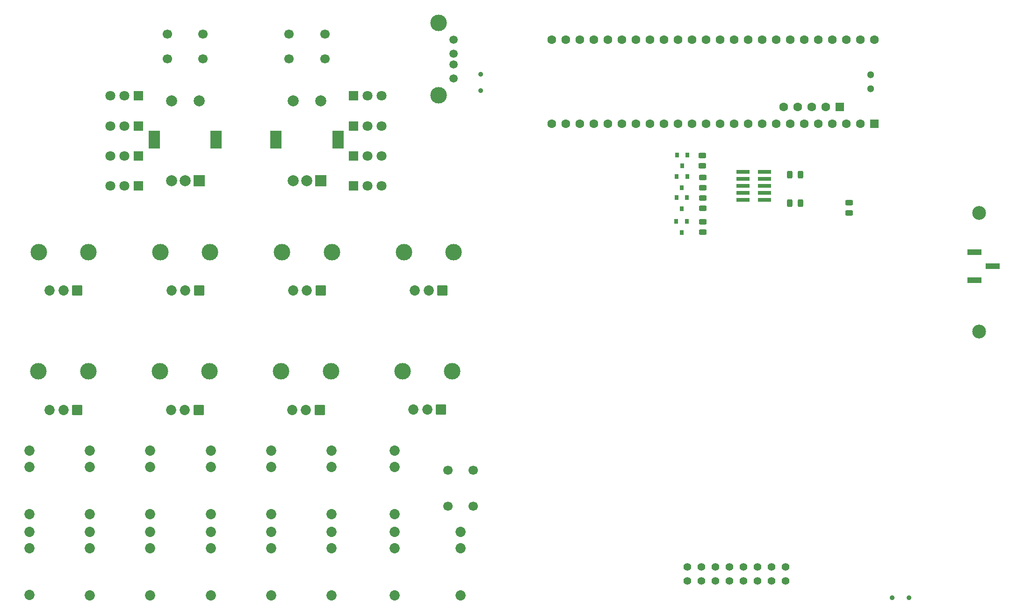
<source format=gbr>
%TF.GenerationSoftware,KiCad,Pcbnew,(6.0.1-0)*%
%TF.CreationDate,2022-04-07T21:47:18+00:00*%
%TF.ProjectId,fjol,666a6f6c-2e6b-4696-9361-645f70636258,rev?*%
%TF.SameCoordinates,Original*%
%TF.FileFunction,Soldermask,Bot*%
%TF.FilePolarity,Negative*%
%FSLAX46Y46*%
G04 Gerber Fmt 4.6, Leading zero omitted, Abs format (unit mm)*
G04 Created by KiCad (PCBNEW (6.0.1-0)) date 2022-04-07 21:47:18*
%MOMM*%
%LPD*%
G01*
G04 APERTURE LIST*
G04 Aperture macros list*
%AMRoundRect*
0 Rectangle with rounded corners*
0 $1 Rounding radius*
0 $2 $3 $4 $5 $6 $7 $8 $9 X,Y pos of 4 corners*
0 Add a 4 corners polygon primitive as box body*
4,1,4,$2,$3,$4,$5,$6,$7,$8,$9,$2,$3,0*
0 Add four circle primitives for the rounded corners*
1,1,$1+$1,$2,$3*
1,1,$1+$1,$4,$5*
1,1,$1+$1,$6,$7*
1,1,$1+$1,$8,$9*
0 Add four rect primitives between the rounded corners*
20,1,$1+$1,$2,$3,$4,$5,0*
20,1,$1+$1,$4,$5,$6,$7,0*
20,1,$1+$1,$6,$7,$8,$9,0*
20,1,$1+$1,$8,$9,$2,$3,0*%
G04 Aperture macros list end*
%ADD10C,2.500000*%
%ADD11C,0.900000*%
%ADD12C,1.853200*%
%ADD13C,1.503200*%
%ADD14C,3.003200*%
%ADD15R,2.400000X0.740000*%
%ADD16R,1.600000X1.600000*%
%ADD17C,1.600000*%
%ADD18C,1.300000*%
%ADD19RoundRect,0.243750X0.243750X0.456250X-0.243750X0.456250X-0.243750X-0.456250X0.243750X-0.456250X0*%
%ADD20RoundRect,0.101600X-0.825000X0.825000X-0.825000X-0.825000X0.825000X-0.825000X0.825000X0.825000X0*%
%ADD21C,2.997200*%
%ADD22RoundRect,0.243750X0.456250X-0.243750X0.456250X0.243750X-0.456250X0.243750X-0.456250X-0.243750X0*%
%ADD23R,2.510000X1.000000*%
%ADD24R,0.800000X0.900000*%
%ADD25RoundRect,0.243750X-0.456250X0.243750X-0.456250X-0.243750X0.456250X-0.243750X0.456250X0.243750X0*%
%ADD26C,1.700000*%
%ADD27C,1.422400*%
%ADD28R,2.000000X2.000000*%
%ADD29C,2.000000*%
%ADD30R,2.000000X3.200000*%
%ADD31R,1.800000X1.800000*%
%ADD32C,1.800000*%
G04 APERTURE END LIST*
D10*
%TO.C,LEFT1*%
X270099200Y-109588300D03*
%TD*%
D11*
%TO.C,SW1*%
X257379600Y-157848100D03*
X254379600Y-157848100D03*
%TD*%
%TO.C,SW2*%
X179857838Y-65895780D03*
X179857838Y-62895780D03*
%TD*%
D10*
%TO.C,RIGHT1*%
X270099200Y-88023700D03*
%TD*%
D12*
%TO.C,CV-RAT1*%
X141912082Y-157358929D03*
X141912082Y-148858929D03*
X141912082Y-145858929D03*
%TD*%
%TO.C,CV-REL1*%
X109100602Y-157358929D03*
X109100602Y-148858929D03*
X109100602Y-145858929D03*
%TD*%
%TO.C,CV-PM1*%
X152849242Y-157358929D03*
X152849242Y-148858929D03*
X152849242Y-145858929D03*
%TD*%
%TO.C,CV-RAT2*%
X120037762Y-157358929D03*
X120037762Y-148858929D03*
X120037762Y-145858929D03*
%TD*%
%TO.C,CV-PM2*%
X130974922Y-157358929D03*
X130974922Y-148858929D03*
X130974922Y-145858929D03*
%TD*%
%TO.C,LEFT-OUT1*%
X98163438Y-142626929D03*
X98163438Y-134126929D03*
X98163438Y-131126929D03*
%TD*%
%TO.C,GATE-OUT1*%
X164286402Y-142626929D03*
X164286402Y-134126929D03*
X164286402Y-131126929D03*
%TD*%
%TO.C,RIGHT-OUT1*%
X98163438Y-157346180D03*
X98163438Y-148846180D03*
X98163438Y-145846180D03*
%TD*%
D13*
%TO.C,X1*%
X174922838Y-63652780D03*
X174922838Y-61152780D03*
X174922838Y-59152780D03*
X174922838Y-56652780D03*
D14*
X172212838Y-53582780D03*
X172212838Y-66722780D03*
%TD*%
D12*
%TO.C,CV-CTL2*%
X130974922Y-142626929D03*
X130974922Y-134126929D03*
X130974922Y-131126929D03*
%TD*%
%TO.C,cv-cutoff1*%
X141912082Y-142626929D03*
X141912082Y-134126929D03*
X141912082Y-131126929D03*
%TD*%
D15*
%TO.C,J2*%
X231235800Y-80568800D03*
X227335800Y-80568800D03*
X231235800Y-81838800D03*
X227335800Y-81838800D03*
X231235800Y-83108800D03*
X227335800Y-83108800D03*
X231235800Y-84378800D03*
X227335800Y-84378800D03*
X231235800Y-85648800D03*
X227335800Y-85648800D03*
%TD*%
D16*
%TO.C,U7*%
X251180600Y-71856600D03*
D17*
X248640600Y-71856600D03*
X246100600Y-71856600D03*
X243560600Y-71856600D03*
X241020600Y-71856600D03*
X238480600Y-71856600D03*
X235940600Y-71856600D03*
X233400600Y-71856600D03*
X230860600Y-71856600D03*
X228320600Y-71856600D03*
X225780600Y-71856600D03*
X223240600Y-71856600D03*
X220700600Y-71856600D03*
X218160600Y-71856600D03*
X215620600Y-71856600D03*
X213080600Y-71856600D03*
X210540600Y-71856600D03*
X208000600Y-71856600D03*
X205460600Y-71856600D03*
X202920600Y-71856600D03*
X200380600Y-71856600D03*
X197840600Y-71856600D03*
X195300600Y-71856600D03*
X192760600Y-71856600D03*
X192760600Y-56616600D03*
X195300600Y-56616600D03*
X197840600Y-56616600D03*
X200380600Y-56616600D03*
X202920600Y-56616600D03*
X205460600Y-56616600D03*
X208000600Y-56616600D03*
X210540600Y-56616600D03*
X213080600Y-56616600D03*
X215620600Y-56616600D03*
X218160600Y-56616600D03*
X220700600Y-56616600D03*
X223240600Y-56616600D03*
X225780600Y-56616600D03*
X228320600Y-56616600D03*
X230860600Y-56616600D03*
X233400600Y-56616600D03*
X235940600Y-56616600D03*
X238480600Y-56616600D03*
X241020600Y-56616600D03*
X243560600Y-56616600D03*
X246100600Y-56616600D03*
X248640600Y-56616600D03*
X251180600Y-56616600D03*
D16*
X244881400Y-68805800D03*
D17*
X242341400Y-68805800D03*
X239801400Y-68805800D03*
X237261400Y-68805800D03*
X234721400Y-68805800D03*
D18*
X250450600Y-62966600D03*
X250450600Y-65506600D03*
%TD*%
D19*
%TO.C,R59*%
X237739400Y-81076800D03*
X235864400Y-81076800D03*
%TD*%
%TO.C,R61*%
X237739400Y-86309200D03*
X235864400Y-86309200D03*
%TD*%
D20*
%TO.C,ATTACK1*%
X172700338Y-123732280D03*
D12*
X170200338Y-123732280D03*
X167700338Y-123732280D03*
D21*
X174700338Y-116732280D03*
X165700338Y-116732280D03*
%TD*%
D22*
%TO.C,C49*%
X246608600Y-88036400D03*
X246608600Y-86161400D03*
%TD*%
D20*
%TO.C,cutoff1*%
X128768338Y-123795780D03*
D12*
X126268338Y-123795780D03*
X123768338Y-123795780D03*
D21*
X130768338Y-116795780D03*
X121768338Y-116795780D03*
%TD*%
D23*
%TO.C,J4*%
X269290800Y-95199200D03*
X272600800Y-97739200D03*
X269290800Y-100279200D03*
%TD*%
D24*
%TO.C,Q2*%
X215422400Y-77533500D03*
X217322400Y-77533500D03*
X216372400Y-79533500D03*
%TD*%
%TO.C,Q3*%
X215295400Y-85280500D03*
X217195400Y-85280500D03*
X216245400Y-87280500D03*
%TD*%
%TO.C,Q4*%
X215356400Y-81486500D03*
X217256400Y-81486500D03*
X216306400Y-83486500D03*
%TD*%
%TO.C,Q5*%
X215290400Y-89598500D03*
X217190400Y-89598500D03*
X216240400Y-91598500D03*
%TD*%
D25*
%TO.C,R46*%
X219989400Y-77627000D03*
X219989400Y-79502000D03*
%TD*%
%TO.C,R47*%
X220052900Y-85374000D03*
X220052900Y-87249000D03*
%TD*%
%TO.C,R56*%
X220052900Y-81597500D03*
X220052900Y-83472500D03*
%TD*%
%TO.C,R57*%
X220052900Y-89662000D03*
X220052900Y-91537000D03*
%TD*%
D20*
%TO.C,RELEASE1*%
X150734338Y-123795780D03*
D12*
X148234338Y-123795780D03*
X145734338Y-123795780D03*
D21*
X152734338Y-116795780D03*
X143734338Y-116795780D03*
%TD*%
D26*
%TO.C,sw-midi1*%
X178473562Y-141246180D03*
X178473562Y-134746180D03*
X173973562Y-141246180D03*
X173973562Y-134746180D03*
%TD*%
D20*
%TO.C,CTL2*%
X106802338Y-123747280D03*
D12*
X104302338Y-123747280D03*
X101802338Y-123747280D03*
D21*
X108802338Y-116747280D03*
X99802338Y-116747280D03*
%TD*%
D12*
%TO.C,MIDI-IN1*%
X176223562Y-157358929D03*
X176223562Y-148858929D03*
X176223562Y-145858929D03*
%TD*%
%TO.C,MIDI-THRU1*%
X164286402Y-157358929D03*
X164286402Y-148858929D03*
X164286402Y-145858929D03*
%TD*%
D27*
%TO.C,J1*%
X217322400Y-152196800D03*
X217322400Y-154736800D03*
X219862400Y-152196800D03*
X219862400Y-154736800D03*
X222402400Y-152196800D03*
X222402400Y-154736800D03*
X224942400Y-152196800D03*
X224942400Y-154736800D03*
X227482400Y-152196800D03*
X227482400Y-154736800D03*
X230022400Y-152196800D03*
X230022400Y-154736800D03*
X232562400Y-152196800D03*
X232562400Y-154736800D03*
X235102400Y-152196800D03*
X235102400Y-154736800D03*
%TD*%
D26*
%TO.C,sw-sel2*%
X123103372Y-60096180D03*
X129603372Y-60096180D03*
X123103372Y-55596180D03*
X129603372Y-55596180D03*
%TD*%
D28*
%TO.C,SW3*%
X150895905Y-82246180D03*
D29*
X145895905Y-82246180D03*
X148395905Y-82246180D03*
D30*
X153995905Y-74746180D03*
X142795905Y-74746180D03*
D29*
X145895905Y-67746180D03*
X150895905Y-67746180D03*
%TD*%
D28*
%TO.C,SW4*%
X128853372Y-82246180D03*
D29*
X123853372Y-82246180D03*
X126353372Y-82246180D03*
D30*
X120753372Y-74746180D03*
X131953372Y-74746180D03*
D29*
X123853372Y-67746180D03*
X128853372Y-67746180D03*
%TD*%
D12*
%TO.C,CV-CTL3*%
X120037762Y-142626929D03*
X120037762Y-134126929D03*
X120037762Y-131126929D03*
%TD*%
%TO.C,CV-CTL4*%
X109100602Y-142626929D03*
X109100602Y-134126929D03*
X109100602Y-131126929D03*
%TD*%
D31*
%TO.C,D5*%
X156867172Y-66821180D03*
D32*
X159407172Y-66821180D03*
X161947172Y-66821180D03*
%TD*%
D31*
%TO.C,D6*%
X156867172Y-72271180D03*
D32*
X159407172Y-72271180D03*
X161947172Y-72271180D03*
%TD*%
D31*
%TO.C,D7*%
X156867172Y-77721180D03*
D32*
X159407172Y-77721180D03*
X161947172Y-77721180D03*
%TD*%
D31*
%TO.C,D8*%
X156867172Y-83171180D03*
D32*
X159407172Y-83171180D03*
X161947172Y-83171180D03*
%TD*%
D31*
%TO.C,D9*%
X117882105Y-66821180D03*
D32*
X115342105Y-66821180D03*
X112802105Y-66821180D03*
%TD*%
D31*
%TO.C,D10*%
X117882105Y-72271180D03*
D32*
X115342105Y-72271180D03*
X112802105Y-72271180D03*
%TD*%
D31*
%TO.C,D11*%
X117882105Y-77721180D03*
D32*
X115342105Y-77721180D03*
X112802105Y-77721180D03*
%TD*%
D31*
%TO.C,D12*%
X117882105Y-83171180D03*
D32*
X115342105Y-83171180D03*
X112802105Y-83171180D03*
%TD*%
D26*
%TO.C,sw-sel1*%
X145145905Y-60096180D03*
X151645905Y-60096180D03*
X145145905Y-55596180D03*
X151645905Y-55596180D03*
%TD*%
D12*
%TO.C,env-out1*%
X152849242Y-142626929D03*
X152849242Y-134126929D03*
X152849242Y-131126929D03*
%TD*%
D20*
%TO.C,PM2*%
X128853373Y-102133480D03*
D12*
X126353373Y-102133480D03*
X123853373Y-102133480D03*
D21*
X130853373Y-95133480D03*
X121853373Y-95133480D03*
%TD*%
D20*
%TO.C,RATIO1*%
X150895905Y-102133480D03*
D12*
X148395905Y-102133480D03*
X145895905Y-102133480D03*
D21*
X152895905Y-95133480D03*
X143895905Y-95133480D03*
%TD*%
D20*
%TO.C,RATIO2*%
X106810838Y-102133480D03*
D12*
X104310838Y-102133480D03*
X101810838Y-102133480D03*
D21*
X108810838Y-95133480D03*
X99810838Y-95133480D03*
%TD*%
D20*
%TO.C,PM1*%
X172938438Y-102133480D03*
D12*
X170438438Y-102133480D03*
X167938438Y-102133480D03*
D21*
X174938438Y-95133480D03*
X165938438Y-95133480D03*
%TD*%
M02*

</source>
